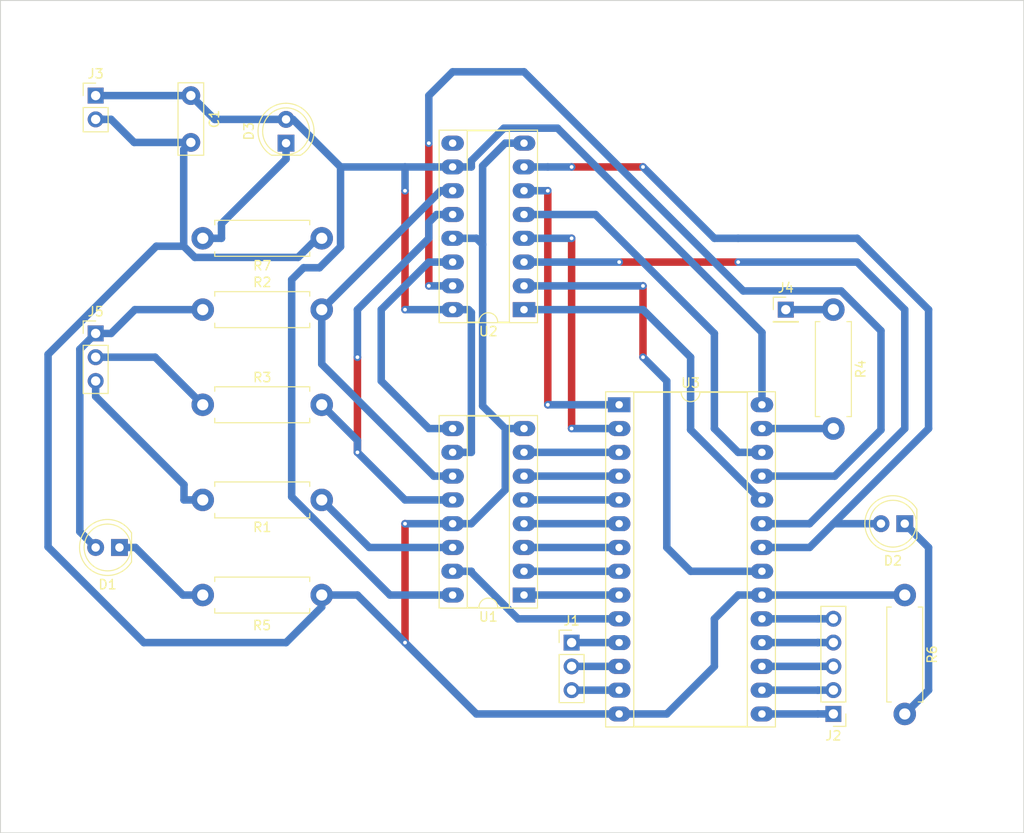
<source format=kicad_pcb>
(kicad_pcb (version 20211014) (generator pcbnew)
  (layers (0 "F.Cu" signal) (31 "B.Cu" signal) (34 "B.Paste" user) (35 "F.Paste" user) (36 "B.SilkS" user "B.Silkscreen") (37 "F.SilkS" user "F.Silkscreen") (38 "B.Mask" user) (39 "F.Mask" user) (44 "Edge.Cuts" user))
  (net 0 "")
  (net 1 "+5V")
  (net 2 "GND")
  (net 3 "Net-(D1-Pad1)")
  (net 4 "SHIFT_CLK")
  (net 5 "Net-(R6-Pad2)")
  (net 6 "OUTPUT_EN")
  (net 7 "Net-(D3-Pad1)")
  (net 8 "I{slash}O0")
  (net 9 "I{slash}O1")
  (net 10 "I{slash}O2")
  (net 11 "I{slash}O3")
  (net 12 "I{slash}O4")
  (net 13 "I{slash}O5")
  (net 14 "I{slash}O6")
  (net 15 "I{slash}O7")
  (net 16 "WRITE_EN")
  (net 17 "SHIFT_DATA")
  (net 18 "SHIFT_LATCH")
  (net 19 "Net-(U1-Pad14)")
  (net 20 "SHIFT_CLK_R")
  (net 21 "SHIFT_LATCH_R")
  (net 22 "WRITE_EN_R")
  (net 23 "MEM_A1")
  (net 24 "U2_SER")
  (net 25 "MEM_A2")
  (net 26 "MEM_A3")
  (net 27 "MEM_A4")
  (net 28 "MEM_A5")
  (net 29 "MEM_A6")
  (net 30 "MEM_A7")
  (net 31 "MEM_A0")
  (net 32 "MEM_A9")
  (net 34 "MEM_A10")
  (net 35 "MEM_A11")
  (net 36 "MEM_A12")
  (net 37 "MEM_A13")
  (net 38 "MEM_A14")
  (net 39 "MEM_A8")
  (footprint "Resistor_THT:R_Axial_DIN0411_L9.9mm_D3.6mm_P12.70mm_Horizontal" (layer "F.Cu") (at 172.72 114.3 -90)
    (fp_text reference "R6" (at 6.35 -2.92 90) (layer "F.SilkS"))
    (fp_text value "R220")
    (fp_line (start 1.28 1.92) (end 11.42 1.92) (layer "F.SilkS") (width 0.12))
    (fp_line (start 1.28 1.44) (end 1.28 1.92) (layer "F.SilkS") (width 0.12))
    (fp_line (start 11.42 -1.92) (end 11.42 -1.44) (layer "F.SilkS") (width 0.12))
    (fp_line (start 1.28 -1.92) (end 11.42 -1.92) (layer "F.SilkS") (width 0.12))
    (fp_line (start 1.28 -1.44) (end 1.28 -1.92) (layer "F.SilkS") (width 0.12))
    (fp_line (start 11.42 1.92) (end 11.42 1.44) (layer "F.SilkS") (width 0.12))
    (pad "1" thru_hole circle locked (at 0 0 270) (size 2.4 2.4) (drill 1.2) (layers *.Cu *.Mask) (net 2 "GND"))
    (pad "2" thru_hole oval locked (at 12.7 0 270) (size 2.4 2.4) (drill 1.2) (layers *.Cu *.Mask) (net 5 "Net-(R6-Pad2)"))
  )
  (footprint "Connector_PinHeader_2.54mm:PinHeader_1x02_P2.54mm_Vertical" (layer "F.Cu") (at 86.36 60.96)
    (fp_text reference "J3" (at 0 -2.33) (layer "F.SilkS"))
    (fp_text value "Conn_01x02_Male")
    (fp_line (start -1.33 1.27) (end 1.33 1.27) (layer "F.SilkS") (width 0.12))
    (fp_line (start -1.33 0) (end -1.33 -1.33) (layer "F.SilkS") (width 0.12))
    (fp_line (start -1.33 1.27) (end -1.33 3.87) (layer "F.SilkS") (width 0.12))
    (fp_line (start -1.33 -1.33) (end 0 -1.33) (layer "F.SilkS") (width 0.12))
    (fp_line (start -1.33 3.87) (end 1.33 3.87) (layer "F.SilkS") (width 0.12))
    (fp_line (start 1.33 1.27) (end 1.33 3.87) (layer "F.SilkS") (width 0.12))
    (pad "1" thru_hole rect locked (at 0 0) (size 1.7 1.7) (drill 1) (layers *.Cu *.Mask) (net 1 "+5V"))
    (pad "2" thru_hole oval locked (at 0 2.54) (size 1.7 1.7) (drill 1) (layers *.Cu *.Mask) (net 2 "GND"))
  )
  (footprint "Package_DIP:DIP-16_W7.62mm_Socket_LongPads" (layer "F.Cu") (at 132.08 114.3 180)
    (fp_text reference "U1" (at 3.81 -2.33) (layer "F.SilkS"))
    (fp_text value "74HC595")
    (fp_line (start 6.06 19.11) (end 6.06 -1.33) (layer "F.SilkS") (width 0.12))
    (fp_line (start 6.06 -1.33) (end 4.81 -1.33) (layer "F.SilkS") (width 0.12))
    (fp_line (start 9.06 -1.39) (end -1.44 -1.39) (layer "F.SilkS") (width 0.12))
    (fp_line (start 9.06 19.17) (end 9.06 -1.39) (layer "F.SilkS") (width 0.12))
    (fp_line (start -1.44 19.17) (end 9.06 19.17) (layer "F.SilkS") (width 0.12))
    (fp_line (start 1.56 19.11) (end 6.06 19.11) (layer "F.SilkS") (width 0.12))
    (fp_line (start 2.81 -1.33) (end 1.56 -1.33) (layer "F.SilkS") (width 0.12))
    (fp_line (start -1.44 -1.39) (end -1.44 19.17) (layer "F.SilkS") (width 0.12))
    (fp_line (start 1.56 -1.33) (end 1.56 19.11) (layer "F.SilkS") (width 0.12))
    (fp_arc (start 4.81 -1.33) (mid 3.81 -0.33) (end 2.81 -1.33) (layer "F.SilkS") (width 0.12))
    (pad "1" thru_hole rect locked (at 0 0 180) (size 2.4 1.6) (drill 0.8) (layers *.Cu *.Mask) (net 23 "MEM_A1"))
    (pad "2" thru_hole oval locked (at 0 2.54 180) (size 2.4 1.6) (drill 0.8) (layers *.Cu *.Mask) (net 25 "MEM_A2"))
    (pad "3" thru_hole oval locked (at 0 5.08 180) (size 2.4 1.6) (drill 0.8) (layers *.Cu *.Mask) (net 26 "MEM_A3"))
    (pad "4" thru_hole oval locked (at 0 7.62 180) (size 2.4 1.6) (drill 0.8) (layers *.Cu *.Mask) (net 27 "MEM_A4"))
    (pad "5" thru_hole oval locked (at 0 10.16 180) (size 2.4 1.6) (drill 0.8) (layers *.Cu *.Mask) (net 28 "MEM_A5"))
    (pad "6" thru_hole oval locked (at 0 12.7 180) (size 2.4 1.6) (drill 0.8) (layers *.Cu *.Mask) (net 29 "MEM_A6"))
    (pad "7" thru_hole oval locked (at 0 15.24 180) (size 2.4 1.6) (drill 0.8) (layers *.Cu *.Mask) (net 30 "MEM_A7"))
    (pad "8" thru_hole oval locked (at 0 17.78 180) (size 2.4 1.6) (drill 0.8) (layers *.Cu *.Mask) (net 2 "GND"))
    (pad "9" thru_hole oval locked (at 7.62 17.78 180) (size 2.4 1.6) (drill 0.8) (layers *.Cu *.Mask) (net 24 "U2_SER"))
    (pad "10" thru_hole oval locked (at 7.62 15.24 180) (size 2.4 1.6) (drill 0.8) (layers *.Cu *.Mask) (net 1 "+5V"))
    (pad "11" thru_hole oval locked (at 7.62 12.7 180) (size 2.4 1.6) (drill 0.8) (layers *.Cu *.Mask) (net 20 "SHIFT_CLK_R"))
    (pad "12" thru_hole oval locked (at 7.62 10.16 180) (size 2.4 1.6) (drill 0.8) (layers *.Cu *.Mask) (net 21 "SHIFT_LATCH_R"))
    (pad "13" thru_hole oval locked (at 7.62 7.62 180) (size 2.4 1.6) (drill 0.8) (layers *.Cu *.Mask) (net 2 "GND"))
    (pad "14" thru_hole oval locked (at 7.62 5.08 180) (size 2.4 1.6) (drill 0.8) (layers *.Cu *.Mask) (net 19 "Net-(U1-Pad14)"))
    (pad "15" thru_hole oval locked (at 7.62 2.54 180) (size 2.4 1.6) (drill 0.8) (layers *.Cu *.Mask) (net 31 "MEM_A0"))
    (pad "16" thru_hole oval locked (at 7.62 0 180) (size 2.4 1.6) (drill 0.8) (layers *.Cu *.Mask) (net 1 "+5V"))
  )
  (footprint "Resistor_THT:R_Axial_DIN0411_L9.9mm_D3.6mm_P12.70mm_Horizontal" (layer "F.Cu") (at 110.49 104.14 180)
    (fp_text reference "R1" (at 6.35 -2.92) (layer "F.SilkS"))
    (fp_text value "R1K")
    (fp_line (start 1.28 -1.92) (end 11.42 -1.92) (layer "F.SilkS") (width 0.12))
    (fp_line (start 11.42 -1.92) (end 11.42 -1.44) (layer "F.SilkS") (width 0.12))
    (fp_line (start 1.28 1.44) (end 1.28 1.92) (layer "F.SilkS") (width 0.12))
    (fp_line (start 1.28 -1.44) (end 1.28 -1.92) (layer "F.SilkS") (width 0.12))
    (fp_line (start 1.28 1.92) (end 11.42 1.92) (layer "F.SilkS") (width 0.12))
    (fp_line (start 11.42 1.92) (end 11.42 1.44) (layer "F.SilkS") (width 0.12))
    (pad "1" thru_hole circle locked (at 0 0 180) (size 2.4 2.4) (drill 1.2) (layers *.Cu *.Mask) (net 19 "Net-(U1-Pad14)"))
    (pad "2" thru_hole oval locked (at 12.7 0 180) (size 2.4 2.4) (drill 1.2) (layers *.Cu *.Mask) (net 17 "SHIFT_DATA"))
  )
  (footprint "Resistor_THT:R_Axial_DIN0411_L9.9mm_D3.6mm_P12.70mm_Horizontal" (layer "F.Cu") (at 110.49 76.2 180)
    (fp_text reference "R7" (at 6.35 -2.92) (layer "F.SilkS"))
    (fp_text value "R220")
    (fp_line (start 1.28 1.92) (end 11.42 1.92) (layer "F.SilkS") (width 0.12))
    (fp_line (start 1.28 1.44) (end 1.28 1.92) (layer "F.SilkS") (width 0.12))
    (fp_line (start 11.42 1.92) (end 11.42 1.44) (layer "F.SilkS") (width 0.12))
    (fp_line (start 1.28 -1.44) (end 1.28 -1.92) (layer "F.SilkS") (width 0.12))
    (fp_line (start 11.42 -1.92) (end 11.42 -1.44) (layer "F.SilkS") (width 0.12))
    (fp_line (start 1.28 -1.92) (end 11.42 -1.92) (layer "F.SilkS") (width 0.12))
    (pad "1" thru_hole circle locked (at 0 0 180) (size 2.4 2.4) (drill 1.2) (layers *.Cu *.Mask) (net 2 "GND"))
    (pad "2" thru_hole oval locked (at 12.7 0 180) (size 2.4 2.4) (drill 1.2) (layers *.Cu *.Mask) (net 7 "Net-(D3-Pad1)"))
  )
  (footprint "LED_THT:LED_D5.0mm" (layer "F.Cu") (at 88.9 109.22 180)
    (fp_text reference "D1" (at 1.27 -3.96) (layer "F.SilkS"))
    (fp_text value "LED")
    (fp_line (start -1.29 -1.545) (end -1.29 1.545) (layer "F.SilkS") (width 0.12))
    (fp_arc (start 4.26 -0.000462) (mid 2.072002 2.880433) (end -1.29 1.54483) (layer "F.SilkS") (width 0.12))
    (fp_arc (start -1.29 -1.54483) (mid 2.072002 -2.880433) (end 4.26 0.000462) (layer "F.SilkS") (width 0.12))
    (fp_circle (center 1.27 0) (end 3.77 0) (layer "F.SilkS") (width 0.12) (fill none))
    (pad "1" thru_hole rect locked (at 0 0 180) (size 1.8 1.8) (drill 0.9) (layers *.Cu *.Mask) (net 3 "Net-(D1-Pad1)"))
    (pad "2" thru_hole circle locked (at 2.54 0 180) (size 1.8 1.8) (drill 0.9) (layers *.Cu *.Mask) (net 4 "SHIFT_CLK"))
  )
  (footprint "Connector_PinHeader_2.54mm:PinHeader_1x01_P2.54mm_Vertical" (layer "F.Cu") (at 160.02 83.82)
    (fp_text reference "J4" (at 0 -2.33) (layer "F.SilkS"))
    (fp_text value "Conn_01x01")
    (fp_line (start -1.33 1.27) (end 1.33 1.27) (layer "F.SilkS") (width 0.12))
    (fp_line (start -1.33 -1.33) (end 0 -1.33) (layer "F.SilkS") (width 0.12))
    (fp_line (start -1.33 1.27) (end -1.33 1.33) (layer "F.SilkS") (width 0.12))
    (fp_line (start -1.33 1.33) (end 1.33 1.33) (layer "F.SilkS") (width 0.12))
    (fp_line (start 1.33 1.27) (end 1.33 1.33) (layer "F.SilkS") (width 0.12))
    (fp_line (start -1.33 0) (end -1.33 -1.33) (layer "F.SilkS") (width 0.12))
    (pad "1" thru_hole rect locked (at 0 0) (size 1.7 1.7) (drill 1) (layers *.Cu *.Mask) (net 16 "WRITE_EN"))
  )
  (footprint "Resistor_THT:R_Axial_DIN0411_L9.9mm_D3.6mm_P12.70mm_Horizontal" (layer "F.Cu") (at 97.79 83.82)
    (fp_text reference "R2" (at 6.35 -2.92) (layer "F.SilkS"))
    (fp_text value "R1K")
    (fp_line (start 1.28 1.44) (end 1.28 1.92) (layer "F.SilkS") (width 0.12))
    (fp_line (start 11.42 -1.92) (end 11.42 -1.44) (layer "F.SilkS") (width 0.12))
    (fp_line (start 11.42 1.92) (end 11.42 1.44) (layer "F.SilkS") (width 0.12))
    (fp_line (start 1.28 -1.44) (end 1.28 -1.92) (layer "F.SilkS") (width 0.12))
    (fp_line (start 1.28 1.92) (end 11.42 1.92) (layer "F.SilkS") (width 0.12))
    (fp_line (start 1.28 -1.92) (end 11.42 -1.92) (layer "F.SilkS") (width 0.12))
    (pad "1" thru_hole circle locked (at 0 0) (size 2.4 2.4) (drill 1.2) (layers *.Cu *.Mask) (net 4 "SHIFT_CLK"))
    (pad "2" thru_hole oval locked (at 12.7 0) (size 2.4 2.4) (drill 1.2) (layers *.Cu *.Mask) (net 20 "SHIFT_CLK_R"))
  )
  (footprint "Connector_PinHeader_2.54mm:PinHeader_1x05_P2.54mm_Vertical" (layer "F.Cu") (at 165.1 126.995 180)
    (fp_text reference "J2" (at 0 -2.33) (layer "F.SilkS"))
    (fp_text value "Conn_01x05_Male")
    (fp_line (start -1.33 1.27) (end 1.33 1.27) (layer "F.SilkS") (width 0.12))
    (fp_line (start -1.33 11.49) (end 1.33 11.49) (layer "F.SilkS") (width 0.12))
    (fp_line (start -1.33 1.27) (end -1.33 11.49) (layer "F.SilkS") (width 0.12))
    (fp_line (start 1.33 1.27) (end 1.33 11.49) (layer "F.SilkS") (width 0.12))
    (fp_line (start -1.33 -1.33) (end 0 -1.33) (layer "F.SilkS") (width 0.12))
    (fp_line (start -1.33 0) (end -1.33 -1.33) (layer "F.SilkS") (width 0.12))
    (pad "1" thru_hole rect locked (at 0 0 180) (size 1.7 1.7) (drill 1) (layers *.Cu *.Mask) (net 11 "I{slash}O3"))
    (pad "2" thru_hole oval locked (at 0 2.54 180) (size 1.7 1.7) (drill 1) (layers *.Cu *.Mask) (net 12 "I{slash}O4"))
    (pad "3" thru_hole oval locked (at 0 5.08 180) (size 1.7 1.7) (drill 1) (layers *.Cu *.Mask) (net 13 "I{slash}O5"))
    (pad "4" thru_hole oval locked (at 0 7.62 180) (size 1.7 1.7) (drill 1) (layers *.Cu *.Mask) (net 14 "I{slash}O6"))
    (pad "5" thru_hole oval locked (at 0 10.16 180) (size 1.7 1.7) (drill 1) (layers *.Cu *.Mask) (net 15 "I{slash}O7"))
  )
  (footprint "Resistor_THT:R_Axial_DIN0411_L9.9mm_D3.6mm_P12.70mm_Horizontal" (layer "F.Cu") (at 110.49 114.3 180)
    (fp_text reference "R5" (at 6.378243 -3.246034) (layer "F.SilkS"))
    (fp_text value "R220")
    (fp_line (start 11.42 1.92) (end 11.42 1.44) (layer "F.SilkS") (width 0.12))
    (fp_line (start 1.28 1.44) (end 1.28 1.92) (layer "F.SilkS") (width 0.12))
    (fp_line (start 1.28 -1.44) (end 1.28 -1.92) (layer "F.SilkS") (width 0.12))
    (fp_line (start 11.42 -1.92) (end 11.42 -1.44) (layer "F.SilkS") (width 0.12))
    (fp_line (start 1.28 -1.92) (end 11.42 -1.92) (layer "F.SilkS") (width 0.12))
    (fp_line (start 1.28 1.92) (end 11.42 1.92) (layer "F.SilkS") (width 0.12))
    (pad "1" thru_hole circle locked (at 0 0 180) (size 2.4 2.4) (drill 1.2) (layers *.Cu *.Mask) (net 2 "GND"))
    (pad "2" thru_hole oval locked (at 12.7 0 180) (size 2.4 2.4) (drill 1.2) (layers *.Cu *.Mask) (net 3 "Net-(D1-Pad1)"))
  )
  (footprint "Package_DIP:DIP-16_W7.62mm_Socket_LongPads" (layer "F.Cu") (at 132.08 83.82 180)
    (fp_text reference "U2" (at 3.81 -2.33) (layer "F.SilkS"))
    (fp_text value "74HC595")
    (fp_line (start 6.06 -1.33) (end 4.81 -1.33) (layer "F.SilkS") (width 0.12))
    (fp_line (start 1.56 19.11) (end 6.06 19.11) (layer "F.SilkS") (width 0.12))
    (fp_line (start -1.44 19.17) (end 9.06 19.17) (layer "F.SilkS") (width 0.12))
    (fp_line (start 6.06 19.11) (end 6.06 -1.33) (layer "F.SilkS") (width 0.12))
    (fp_line (start 9.06 -1.39) (end -1.44 -1.39) (layer "F.SilkS") (width 0.12))
    (fp_line (start -1.44 -1.39) (end -1.44 19.17) (layer "F.SilkS") (width 0.12))
    (fp_line (start 9.06 19.17) (end 9.06 -1.39) (layer "F.SilkS") (width 0.12))
    (fp_line (start 1.56 -1.33) (end 1.56 19.11) (layer "F.SilkS") (width 0.12))
    (fp_line (start 2.81 -1.33) (end 1.56 -1.33) (layer "F.SilkS") (width 0.12))
    (fp_arc (start 4.81 -1.33) (mid 3.81 -0.33) (end 2.81 -1.33) (layer "F.SilkS") (width 0.12))
    (pad "1" thru_hole rect locked (at 0 0 180) (size 2.4 1.6) (drill 0.8) (layers *.Cu *.Mask) (net 32 "MEM_A9"))
    (pad "2" thru_hole oval locked (at 0 2.54 180) (size 2.4 1.6) (drill 0.8) (layers *.Cu *.Mask) (net 34 "MEM_A10"))
    (pad "3" thru_hole oval locked (at 0 5.08 180) (size 2.4 1.6) (drill 0.8) (layers *.Cu *.Mask) (net 35 "MEM_A11"))
    (pad "4" thru_hole oval locked (at 0 7.62 180) (size 2.4 1.6) (drill 0.8) (layers *.Cu *.Mask) (net 36 "MEM_A12"))
    (pad "5" thru_hole oval locked (at 0 10.16 180) (size 2.4 1.6) (drill 0.8) (layers *.Cu *.Mask) (net 37 "MEM_A13"))
    (pad "6" thru_hole oval locked (at 0 12.7 180) (size 2.4 1.6) (drill 0.8) (layers *.Cu *.Mask) (net 38 "MEM_A14"))
    (pad "7" thru_hole oval locked (at 0 15.24 180) (size 2.4 1.6) (drill 0.8) (layers *.Cu *.Mask) (net 6 "OUTPUT_EN"))
    (pad "8" thru_hole oval locked (at 0 17.78 180) (size 2.4 1.6) (drill 0.8) (layers *.Cu *.Mask) (net 2 "GND"))
    (pad "9" thru_hole oval locked (at 7.62 17.78 180) (size 2.4 1.6) (drill 0.8) (layers *.Cu *.Mask))
    (pad "10" thru_hole oval locked (at 7.62 15.24 180) (size 2.4 1.6) (drill 0.8) (layers *.Cu *.Mask) (net 1 "+5V"))
    (pad "11" thru_hole oval locked (at 7.62 12.7 180) (size 2.4 1.6) (drill 0.8) (layers *.Cu *.Mask) (net 20 "SHIFT_CLK_R"))
    (pad "12" thru_hole oval locked (at 7.62 10.16 180) (size 2.4 1.6) (drill 0.8) (layers *.Cu *.Mask) (net 21 "SHIFT_LATCH_R"))
    (pad "13" thru_hole oval locked (at 7.62 7.62 180) (size 2.4 1.6) (drill 0.8) (layers *.Cu *.Mask) (net 2 "GND"))
    (pad "14" thru_hole oval locked (at 7.62 5.08 180) (size 2.4 1.6) (drill 0.8) (layers *.Cu *.Mask) (net 24 "U2_SER"))
    (pad "15" thru_hole oval locked (at 7.62 2.54 180) (size 2.4 1.6) (drill 0.8) (layers *.Cu *.Mask) (net 39 "MEM_A8"))
    (pad "16" thru_hole oval locked (at 7.62 0 180) (size 2.4 1.6) (drill 0.8) (layers *.Cu *.Mask) (net 1 "+5V"))
  )
  (footprint "LED_THT:LED_D5.0mm" (layer "F.Cu") (at 106.68 66.04 90)
    (fp_text reference "D3" (at 1.27 -3.96 90) (layer "F.SilkS"))
    (fp_text value "LED")
    (fp_line (start -1.29 -1.545) (end -1.29 1.545) (layer "F.SilkS") (width 0.12))
    (fp_arc (start -1.29 -1.54483) (mid 2.072002 -2.880433) (end 4.26 0.000462) (layer "F.SilkS") (width 0.12))
    (fp_arc (start 4.26 -0.000462) (mid 2.072002 2.880433) (end -1.29 1.54483) (layer "F.SilkS") (width 0.12))
    (fp_circle (center 1.27 0) (end 3.77 0) (layer "F.SilkS") (width 0.12) (fill none))
    (pad "1" thru_hole rect locked (at 0 0 90) (size 1.8 1.8) (drill 0.9) (layers *.Cu *.Mask) (net 7 "Net-(D3-Pad1)"))
    (pad "2" thru_hole circle locked (at 2.54 0 90) (size 1.8 1.8) (drill 0.9) (layers *.Cu *.Mask) (net 1 "+5V"))
  )
  (footprint "Package_DIP:DIP-28_W15.24mm_Socket_LongPads" (layer "F.Cu") (at 142.235 93.98)
    (fp_text reference "U3" (at 7.62 -2.33) (layer "F.SilkS"))
    (fp_text value "28C256")
    (fp_line (start 16.68 34.41) (end 16.68 -1.39) (layer "F.SilkS") (width 0.12))
    (fp_line (start 13.68 34.35) (end 13.68 -1.33) (layer "F.SilkS") (width 0.12))
    (fp_line (start 13.68 -1.33) (end 8.62 -1.33) (layer "F.SilkS") (width 0.12))
    (fp_line (start 1.56 -1.33) (end 1.56 34.35) (layer "F.SilkS") (width 0.12))
    (fp_line (start -1.44 34.41) (end 16.68 34.41) (layer "F.SilkS") (width 0.12))
    (fp_line (start -1.44 -1.39) (end -1.44 34.41) (layer "F.SilkS") (width 0.12))
    (fp_line (start 1.56 34.35) (end 13.68 34.35) (layer "F.SilkS") (width 0.12))
    (fp_line (start 16.68 -1.39) (end -1.44 -1.39) (layer "F.SilkS") (width 0.12))
    (fp_line (start 6.62 -1.33) (end 1.56 -1.33) (layer "F.SilkS") (width 0.12))
    (fp_arc (start 8.62 -1.33) (mid 7.62 -0.33) (end 6.62 -1.33) (layer "F.SilkS") (width 0.12))
    (pad "1" thru_hole rect locked (at 0 0) (size 2.4 1.6) (drill 0.8) (layers *.Cu *.Mask) (net 38 "MEM_A14"))
    (pad "2" thru_hole oval locked (at 0 2.54) (size 2.4 1.6) (drill 0.8) (layers *.Cu *.Mask) (net 36 "MEM_A12"))
    (pad "3" thru_hole oval locked (at 0 5.08) (size 2.4 1.6) (drill 0.8) (layers *.Cu *.Mask) (net 30 "MEM_A7"))
    (pad "4" thru_hole oval locked (at 0 7.62) (size 2.4 1.6) (drill 0.8) (layers *.Cu *.Mask) (net 29 "MEM_A6"))
    (pad "5" thru_hole oval locked (at 0 10.16) (size 2.4 1.6) (drill 0.8) (layers *.Cu *.Mask) (net 28 "MEM_A5"))
    (pad "6" thru_hole oval locked (at 0 12.7) (size 2.4 1.6) (drill 0.8) (layers *.Cu *.Mask) (net 27 "MEM_A4"))
    (pad "7" thru_hole oval locked (at 0 15.24) (size 2.4 1.6) (drill 0.8) (layers *.Cu *.Mask) (net 26 "MEM_A3"))
    (pad "8" thru_hole oval locked (at 0 17.78) (size 2.4 1.6) (drill 0.8) (layers *.Cu *.Mask) (net 25 "MEM_A2"))
    (pad "9" thru_hole oval locked (at 0 20.32) (size 2.4 1.6) (drill 0.8) (layers *.Cu *.Mask) (net 23 "MEM_A1"))
    (pad "10" thru_hole oval locked (at 0 22.86) (size 2.4 1.6) (drill 0.8) (layers *.Cu *.Mask) (net 31 "MEM_A0"))
    (pad "11" thru_hole oval locked (at 0 25.4) (size 2.4 1.6) (drill 0.8) (layers *.Cu *.Mask) (net 8 "I{slash}O0"))
    (pad "12" thru_hole oval locked (at 0 27.94) (size 2.4 1.6) (drill 0.8) (layers *.Cu *.Mask) (net 9 "I{slash}O1"))
    (pad "13" thru_hole oval locked (at 0 30.48) (size 2.4 1.6) (drill 0.8) (layers *.Cu *.Mask) (net 10 "I{slash}O2"))
    (pad "14" thru_hole oval locked (at 0 33.02) (size 2.4 1.6) (drill 0.8) (layers *.Cu *.Mask) (net 2 "GND"))
    (pad "15" thru_hole oval locked (at 15.24 33.02) (size 2.4 1.6) (drill 0.8) (layers *.Cu *.Mask) (net 11 "I{slash}O3"))
    (pad "16" thru_hole oval locked (at 15.24 30.48) (size 2.4 1.6) (drill 0.8) (layers *.Cu *.Mask) (net 12 "I{slash}O4"))
    (pad "17" thru_hole oval locked (at 15.24 27.94) (size 2.4 1.6) (drill 0.8) (layers *.Cu *.Mask) (net 13 "I{slash}O5"))
    (pad "18" thru_hole oval locked (at 15.24 25.4) (size 2.4 1.6) (drill 0.8) (layers *.Cu *.Mask) (net 14 "I{slash}O6"))
    (pad "19" thru_hole oval locked (at 15.24 22.86) (size 2.4 1.6) (drill 0.8) (layers *.Cu *.Mask) (net 15 "I{slash}O7"))
    (pad "20" thru_hole oval locked (at 15.24 20.32) (size 2.4 1.6) (drill 0.8) (layers *.Cu *.Mask) (net 2 "GND"))
    (pad "21" thru_hole oval locked (at 15.24 17.78) (size 2.4 1.6) (drill 0.8) (layers *.Cu *.Mask) (net 34 "MEM_A10"))
    (pad "22" thru_hole oval locked (at 15.24 15.24) (size 2.4 1.6) (drill 0.8) (layers *.Cu *.Mask) (net 6 "OUTPUT_EN"))
    (pad "23" thru_hole oval locked (at 15.24 12.7) (size 2.4 1.6) (drill 0.8) (layers *.Cu *.Mask) (net 35 "MEM_A11"))
    (pad "24" thru_hole oval locked (at 15.24 10.16) (size 2.4 1.6) (drill 0.8) (layers *.Cu *.Mask) (net 32 "MEM_A9"))
    (pad "25" thru_hole oval locked (at 15.24 7.62) (size 2.4 1.6) (drill 0.8) (layers *.Cu *.Mask) (net 39 "MEM_A8"))
    (pad "26" thru_hole oval locked (at 15.24 5.08) (size 2.4 1.6) (drill 0.8) (layers *.Cu *.Mask) (net 37 "MEM_A13"))
    (pad "27" thru_hole oval locked (at 15.24 2.54) (size 2.4 1.6) (drill 0.8) (layers *.Cu *.Mask) (net 22 "WRITE_EN_R"))
    (pad "28" thru_hole oval locked (at 15.24 0) (size 2.4 1.6) (drill 0.8) (layers *.Cu *.Mask) (net 1 "+5V"))
  )
  (footprint "Connector_PinHeader_2.54mm:PinHeader_1x03_P2.54mm_Vertical" (layer "F.Cu") (at 86.36 86.36)
    (fp_text reference "J5" (at 0 -2.33) (layer "F.SilkS"))
    (fp_text value "Conn_01x03_Male")
    (fp_line (start -1.33 1.27) (end -1.33 6.41) (layer "F.SilkS") (width 0.12))
    (fp_line (start -1.33 -1.33) (end 0 -1.33) (layer "F.SilkS") (width 0.12))
    (fp_line (start -1.33 1.27) (end 1.33 1.27) (layer "F.SilkS") (width 0.12))
    (fp_line (start -1.33 6.41) (end 1.33 6.41) (layer "F.SilkS") (width 0.12))
    (fp_line (start 1.33 1.27) (end 1.33 6.41) (layer "F.SilkS") (width 0.12))
    (fp_line (start -1.33 0) (end -1.33 -1.33) (layer "F.SilkS") (width 0.12))
    (pad "1" thru_hole rect locked (at 0 0) (size 1.7 1.7) (drill 1) (layers *.Cu *.Mask) (net 4 "SHIFT_CLK"))
    (pad "2" thru_hole oval locked (at 0 2.54) (size 1.7 1.7) (drill 1) (layers *.Cu *.Mask) (net 18 "SHIFT_LATCH"))
    (pad "3" thru_hole oval locked (at 0 5.08) (size 1.7 1.7) (drill 1) (layers *.Cu *.Mask) (net 17 "SHIFT_DATA"))
  )
  (footprint "LED_THT:LED_D5.0mm" (layer "F.Cu") (at 172.72 106.68 180)
    (fp_text reference "D2" (at 1.27 -3.96) (layer "F.SilkS"))
    (fp_text value "LED")
    (fp_line (start -1.29 -1.545) (end -1.29 1.545) (layer "F.SilkS") (width 0.12))
    (fp_arc (start -1.29 -1.54483) (mid 2.072002 -2.880433) (end 4.26 0.000462) (layer "F.SilkS") (width 0.12))
    (fp_arc (start 4.26 -0.000462) (mid 2.072002 2.880433) (end -1.29 1.54483) (layer "F.SilkS") (width 0.12))
    (fp_circle (center 1.27 0) (end 3.77 0) (layer "F.SilkS") (width 0.12) (fill none))
    (pad "1" thru_hole rect locked (at 0 0 180) (size 1.8 1.8) (drill 0.9) (layers *.Cu *.Mask) (net 5 "Net-(R6-Pad2)"))
    (pad "2" thru_hole circle locked (at 2.54 0 180) (size 1.8 1.8) (drill 0.9) (layers *.Cu *.Mask) (net 6 "OUTPUT_EN"))
  )
  (footprint "Resistor_THT:R_Axial_DIN0411_L9.9mm_D3.6mm_P12.70mm_Horizontal" (layer "F.Cu") (at 165.1 83.82 -90)
    (fp_text reference "R4" (at 6.35 -2.92 90) (layer "F.SilkS"))
    (fp_text value "R1K")
    (fp_line (start 1.28 1.92) (end 11.42 1.92) (layer "F.SilkS") (width 0.12))
    (fp_line (start 1.28 1.44) (end 1.28 1.92) (layer "F.SilkS") (width 0.12))
    (fp_line (start 11.42 -1.92) (end 11.42 -1.44) (layer "F.SilkS") (width 0.12))
    (fp_line (start 11.42 1.92) (end 11.42 1.44) (layer "F.SilkS") (width 0.12))
    (fp_line (start 1.28 -1.92) (end 11.42 -1.92) (layer "F.SilkS") (width 0.12))
    (fp_line (start 1.28 -1.44) (end 1.28 -1.92) (layer "F.SilkS") (width 0.12))
    (pad "1" thru_hole circle locked (at 0 0 270) (size 2.4 2.4) (drill 1.2) (layers *.Cu *.Mask) (net 16 "WRITE_EN"))
    (pad "2" thru_hole oval locked (at 12.7 0 270) (size 2.4 2.4) (drill 1.2) (layers *.Cu *.Mask) (net 22 "WRITE_EN_R"))
  )
  (footprint "Capacitor_THT:C_Disc_D7.5mm_W2.5mm_P5.00mm" (layer "F.Cu") (at 96.52 60.96 -90)
    (fp_text reference "C1" (at 2.5 -2.5 90) (layer "F.SilkS"))
    (fp_text value "C104")
    (fp_line (start -1.37 -1.37) (end -1.37 1.37) (layer "F.SilkS") (width 0.12))
    (fp_line (start -1.37 -1.37) (end 6.37 -1.37) (layer "F.SilkS") (width 0.12))
    (fp_line (start -1.37 1.37) (end 6.37 1.37) (layer "F.SilkS") (width 0.12))
    (fp_line (start 6.37 -1.37) (end 6.37 1.37) (layer "F.SilkS") (width 0.12))
    (pad "1" thru_hole circle locked (at 0 0 270) (size 2 2) (drill 1) (layers *.Cu *.Mask) (net 1 "+5V"))
    (pad "2" thru_hole circle locked (at 5 0 270) (size 2 2) (drill 1) (layers *.Cu *.Mask) (net 2 "GND"))
  )
  (footprint "Connector_PinHeader_2.54mm:PinHeader_1x03_P2.54mm_Vertical" (layer "F.Cu") (at 137.16 119.38)
    (fp_text reference "J1" (at 0 -2.33) (layer "F.SilkS"))
    (fp_text value "Conn_01x03_Male")
    (fp_line (start -1.33 1.27) (end -1.33 6.41) (layer "F.SilkS") (width 0.12))
    (fp_line (start 1.33 1.27) (end 1.33 6.41) (layer "F.SilkS") (width 0.12))
    (fp_line (start -1.33 -1.33) (end 0 -1.33) (layer "F.SilkS") (width 0.12))
    (fp_line (start -1.33 0) (end -1.33 -1.33) (layer "F.SilkS") (width 0.12))
    (fp_line (start -1.33 1.27) (end 1.33 1.27) (layer "F.SilkS") (width 0.12))
    (fp_line (start -1.33 6.41) (end 1.33 6.41) (layer "F.SilkS") (width 0.12))
    (pad "1" thru_hole rect locked (at 0 0) (size 1.7 1.7) (drill 1) (layers *.Cu *.Mask) (net 8 "I{slash}O0"))
    (pad "2" thru_hole oval locked (at 0 2.54) (size 1.7 1.7) (drill 1) (layers *.Cu *.Mask) (net 9 "I{slash}O1"))
    (pad "3" thru_hole oval locked (at 0 5.08) (size 1.7 1.7) (drill 1) (layers *.Cu *.Mask) (net 10 "I{slash}O2"))
  )
  (footprint "Resistor_THT:R_Axial_DIN0411_L9.9mm_D3.6mm_P12.70mm_Horizontal" (layer "F.Cu") (at 97.79 93.98)
    (fp_text reference "R3" (at 6.35 -2.92) (layer "F.SilkS"))
    (fp_text value "R1K")
    (fp_line (start 11.42 -1.92) (end 11.42 -1.44) (layer "F.SilkS") (width 0.12))
    (fp_line (start 1.28 1.44) (end 1.28 1.92) (layer "F.SilkS") (width 0.12))
    (fp_line (start 1.28 -1.44) (end 1.28 -1.92) (layer "F.SilkS") (width 0.12))
    (fp_line (start 1.28 -1.92) (end 11.42 -1.92) (layer "F.SilkS") (width 0.12))
    (fp_line (start 1.28 1.92) (end 11.42 1.92) (layer "F.SilkS") (width 0.12))
    (fp_line (start 11.42 1.92) (end 11.42 1.44) (layer "F.SilkS") (width 0.12))
    (pad "1" thru_hole circle locked (at 0 0) (size 2.4 2.4) (drill 1.2) (layers *.Cu *.Mask) (net 18 "SHIFT_LATCH"))
    (pad "2" thru_hole oval locked (at 12.7 0) (size 2.4 2.4) (drill 1.2) (layers *.Cu *.Mask) (net 21 "SHIFT_LATCH_R"))
  )
  (gr_line (start 185.42 50.8) (end 76.2 50.8) (layer "Edge.Cuts") (width 0.1))
  (gr_line (start 185.42 139.7) (end 185.42 50.8) (layer "Edge.Cuts") (width 0.1))
  (gr_line (start 76.2 50.8) (end 76.2 139.7) (layer "Edge.Cuts") (width 0.1))
  (gr_line (start 76.2 139.7) (end 185.42 139.7) (layer "Edge.Cuts") (width 0.1))
  (segment (start 119.38 71.12) (end 119.38 83.82) (width 0.8) (layer "F.Cu") (net 1))
  (via (at 119.38 83.82) (size 0.8) (drill 0.4) (layers "F.Cu" "B.Cu") (net 1))
  (via (at 119.38 71.12) (size 0.8) (drill 0.4) (layers "F.Cu" "B.Cu") (net 1))
  (segment (start 124.46 83.82) (end 119.38 83.82) (width 0.8) (layer "B.Cu") (net 1))
  (segment (start 110.2465 79.3474) (end 108.549 79.3474) (width 0.8) (layer "B.Cu") (net 1))
  (segment (start 124.46 83.82) (end 126.1602 83.82) (width 0.8) (layer "B.Cu") (net 1))
  (segment (start 157.48 86.2618) (end 135.6574 64.4392) (width 0.8) (layer "B.Cu") (net 1))
  (segment (start 126.1602 83.82) (end 126.4603 84.1201) (width 0.8) (layer "B.Cu") (net 1))
  (segment (start 107.2802 103.8064) (end 117.7738 114.3) (width 0.8) (layer "B.Cu") (net 1))
  (segment (start 122.4597 68.58) (end 119.38 68.58) (width 0.8) (layer "B.Cu") (net 1))
  (segment (start 108.549 79.3474) (end 107.2802 80.6162) (width 0.8) (layer "B.Cu") (net 1))
  (segment (start 126.4603 68.58) (end 124.46 68.58) (width 0.8) (layer "B.Cu") (net 1))
  (segment (start 119.38 68.58) (end 112.4974 68.58) (width 0.8) (layer "B.Cu") (net 1))
  (segment (start 107.4174 63.5) (end 112.4974 68.58) (width 0.8) (layer "B.Cu") (net 1))
  (segment (start 126.4603 67.9169) (end 126.4603 68.58) (width 0.8) (layer "B.Cu") (net 1))
  (segment (start 106.68 63.5) (end 107.4174 63.5) (width 0.8) (layer "B.Cu") (net 1))
  (segment (start 107.2802 80.6162) (end 107.2802 103.8064) (width 0.8) (layer "B.Cu") (net 1))
  (segment (start 124.8228 99.06) (end 126.4603 99.06) (width 0.8) (layer "B.Cu") (net 1))
  (segment (start 157.475 93.98) (end 157.48 93.975) (width 0.8) (layer "B.Cu") (net 1))
  (segment (start 112.4974 68.58) (end 112.4974 77.0965) (width 0.8) (layer "B.Cu") (net 1))
  (segment (start 129.938 64.4392) (end 126.4603 67.9169) (width 0.8) (layer "B.Cu") (net 1))
  (segment (start 157.48 93.975) (end 157.48 86.2618) (width 0.8) (layer "B.Cu") (net 1))
  (segment (start 86.36 60.96) (end 96.52 60.96) (width 0.8) (layer "B.Cu") (net 1))
  (segment (start 124.8228 99.06) (end 124.46 99.06) (width 0.8) (layer "B.Cu") (net 1))
  (segment (start 124.46 68.58) (end 124.0972 68.58) (width 0.8) (layer "B.Cu") (net 1))
  (segment (start 96.52 60.96) (end 99.06 63.5) (width 0.8) (layer "B.Cu") (net 1))
  (segment (start 124.0972 68.58) (end 122.4597 68.58) (width 0.8) (layer "B.Cu") (net 1))
  (segment (start 135.6574 64.4392) (end 129.938 64.4392) (width 0.8) (layer "B.Cu") (net 1))
  (segment (start 112.4974 77.0965) (end 110.2465 79.3474) (width 0.8) (layer "B.Cu") (net 1))
  (segment (start 119.38 68.58) (end 119.38 71.12) (width 0.8) (layer "B.Cu") (net 1))
  (segment (start 99.06 63.5) (end 106.68 63.5) (width 0.8) (layer "B.Cu") (net 1))
  (segment (start 126.4603 84.1201) (end 126.4603 99.06) (width 0.8) (layer "B.Cu") (net 1))
  (segment (start 117.7738 114.3) (end 124.46 114.3) (width 0.8) (layer "B.Cu") (net 1))
  (segment (start 119.38 106.68) (end 119.38 119.38) (width 0.8) (layer "F.Cu") (net 2))
  (via (at 119.38 119.38) (size 0.8) (drill 0.4) (layers "F.Cu" "B.Cu") (net 2))
  (via (at 119.38 106.68) (size 0.8) (drill 0.4) (layers "F.Cu" "B.Cu") (net 2))
  (segment (start 152.4 121.92) (end 152.4 116.84) (width 0.8) (layer "B.Cu") (net 2))
  (segment (start 132.08 66.04) (end 130.0797 66.04) (width 0.8) (layer "B.Cu") (net 2))
  (segment (start 147.32 127) (end 152.4 121.92) (width 0.8) (layer "B.Cu") (net 2))
  (segment (start 87.1852 63.5) (end 88.0103 63.5) (width 0.8) (layer "B.Cu") (net 2))
  (segment (start 127.6607 94.101) (end 127.6607 76.8607) (width 0.8) (layer "B.Cu") (net 2))
  (segment (start 110.49 115.57) (end 110.49 114.3) (width 0.8) (layer "B.Cu") (net 2))
  (segment (start 124.46 106.68) (end 119.38 106.68) (width 0.8) (layer "B.Cu") (net 2))
  (segment (start 107.9591 78.2398) (end 96.9494 78.2398) (width 0.8) (layer "B.Cu") (net 2))
  (segment (start 126.4603 106.68) (end 130.0797 103.0606) (width 0.8) (layer "B.Cu") (net 2))
  (segment (start 87.1852 63.5) (end 86.36 63.5) (width 0.8) (layer "B.Cu") (net 2))
  (segment (start 110.49 76.2) (end 109.9989 76.2) (width 0.8) (layer "B.Cu") (net 2))
  (segment (start 95.7558 66.7242) (end 95.7558 77.0462) (width 0.8) (layer "B.Cu") (net 2))
  (segment (start 95.7558 77.0462) (end 92.8347 77.0462) (width 0.8) (layer "B.Cu") (net 2))
  (segment (start 130.0797 103.0606) (end 130.0797 96.52) (width 0.8) (layer "B.Cu") (net 2))
  (segment (start 152.4 116.84) (end 154.94 114.3) (width 0.8) (layer "B.Cu") (net 2))
  (segment (start 96.9494 78.2398) (end 95.7558 77.0462) (width 0.8) (layer "B.Cu") (net 2))
  (segment (start 96.52 65.96) (end 95.7558 66.7242) (width 0.8) (layer "B.Cu") (net 2))
  (segment (start 142.235 127) (end 147.32 127) (width 0.8) (layer "B.Cu") (net 2))
  (segment (start 154.94 114.3) (end 157.475 114.3) (width 0.8) (layer "B.Cu") (net 2))
  (segment (start 90.4703 65.96) (end 88.0103 63.5) (width 0.8) (layer "B.Cu") (net 2))
  (segment (start 106.68 119.38) (end 110.49 115.57) (width 0.8) (layer "B.Cu") (net 2))
  (segment (start 114.3 114.3) (end 119.38 119.38) (width 0.8) (layer "B.Cu") (net 2))
  (segment (start 124.46 76.2) (end 127 76.2) (width 0.8) (layer "B.Cu") (net 2))
  (segment (start 92.8347 77.0462) (end 81.28 88.6009) (width 0.8) (layer "B.Cu") (net 2))
  (segment (start 81.28 88.6009) (end 81.28 109.15585) (width 0.8) (layer "B.Cu") (net 2))
  (segment (start 132.08 96.52) (end 130.0797 96.52) (width 0.8) (layer "B.Cu") (net 2))
  (segment (start 127.6607 76.8607) (end 127.6607 68.459) (width 0.8) (layer "B.Cu") (net 2))
  (segment (start 96.52 65.96) (end 90.4703 65.96) (width 0.8) (layer "B.Cu") (net 2))
  (segment (start 127 76.2) (end 127.6607 76.8607) (width 0.8) (layer "B.Cu") (net 2))
  (segment (start 157.475 114.3) (end 172.72 114.3) (width 0.8) (layer "B.Cu") (net 2))
  (segment (start 110.49 114.3) (end 114.3 114.3) (width 0.8) (layer "B.Cu") (net 2))
  (segment (start 130.0797 96.52) (end 127.6607 94.101) (width 0.8) (layer "B.Cu") (net 2))
  (segment (start 127 127) (end 142.235 127) (width 0.8) (layer "B.Cu") (net 2))
  (segment (start 124.46 106.68) (end 126.4603 106.68) (width 0.8) (layer "B.Cu") (net 2))
  (segment (start 81.28 109.15585) (end 91.50415 119.38) (width 0.8) (layer "B.Cu") (net 2))
  (segment (start 109.9989 76.2) (end 107.9591 78.2398) (width 0.8) (layer "B.Cu") (net 2))
  (segment (start 127.6607 68.459) (end 130.0797 66.04) (width 0.8) (layer "B.Cu") (net 2))
  (segment (start 91.50415 119.38) (end 106.68 119.38) (width 0.8) (layer "B.Cu") (net 2))
  (segment (start 119.38 119.38) (end 127 127) (width 0.8) (layer "B.Cu") (net 2))
  (segment (start 88.9 109.22) (end 90.6003 109.22) (width 0.8) (layer "B.Cu") (net 3))
  (segment (start 95.6803 114.3) (end 90.6003 109.22) (width 0.8) (layer "B.Cu") (net 3))
  (segment (start 97.79 114.3) (end 95.6803 114.3) (width 0.8) (layer "B.Cu") (net 3))
  (segment (start 84.668 107.528) (end 86.36 109.22) (width 0.8) (layer "B.Cu") (net 4))
  (segment (start 86.8875 86.36) (end 86.36 86.36) (width 0.8) (layer "B.Cu") (net 4))
  (segment (start 84.668 88.052) (end 84.668 107.528) (width 0.8) (layer "B.Cu") (net 4))
  (segment (start 88.0103 86.36) (end 90.5503 83.82) (width 0.8) (layer "B.Cu") (net 4))
  (segment (start 86.8875 86.36) (end 88.0103 86.36) (width 0.8) (layer "B.Cu") (net 4))
  (segment (start 90.5503 83.82) (end 97.79 83.82) (width 0.8) (layer "B.Cu") (net 4))
  (segment (start 86.36 86.36) (end 84.668 88.052) (width 0.8) (layer "B.Cu") (net 4))
  (segment (start 172.72 106.68) (end 175.26 109.22) (width 0.8) (layer "B.Cu") (net 5))
  (segment (start 175.26 124.46) (end 172.72 127) (width 0.8) (layer "B.Cu") (net 5))
  (segment (start 175.26 109.22) (end 175.26 124.46) (width 0.8) (layer "B.Cu") (net 5))
  (segment (start 137.16 68.58) (end 144.78 68.58) (width 0.8) (layer "F.Cu") (net 6))
  (via (at 137.16 68.58) (size 0.8) (drill 0.4) (layers "F.Cu" "B.Cu") (net 6))
  (via (at 144.78 68.58) (size 0.8) (drill 0.4) (layers "F.Cu" "B.Cu") (net 6))
  (segment (start 132.08 68.58) (end 134.62 68.58) (width 0.8) (layer "B.Cu") (net 6))
  (segment (start 152.4 76.2) (end 144.78 68.58) (width 0.8) (layer "B.Cu") (net 6))
  (segment (start 170.18 106.68) (end 165.1 106.68) (width 0.8) (layer "B.Cu") (net 6))
  (segment (start 175.26 83.82) (end 167.64 76.2) (width 0.8) (layer "B.Cu") (net 6))
  (segment (start 175.26 96.52) (end 175.26 83.82) (width 0.8) (layer "B.Cu") (net 6))
  (segment (start 154.94 76.2) (end 152.4 76.2) (width 0.8) (layer "B.Cu") (net 6))
  (segment (start 134.62 68.58) (end 137.16 68.58) (width 0.8) (layer "B.Cu") (net 6))
  (segment (start 167.64 76.2) (end 154.94 76.2) (width 0.8) (layer "B.Cu") (net 6))
  (segment (start 157.475 109.22) (end 162.56 109.22) (width 0.8) (layer "B.Cu") (net 6))
  (segment (start 162.56 109.22) (end 175.26 96.52) (width 0.8) (layer "B.Cu") (net 6))
  (segment (start 106.68 67.7403) (end 99.7903 74.63) (width 0.8) (layer "B.Cu") (net 7))
  (segment (start 97.79 76.2) (end 99.7903 76.2) (width 0.8) (layer "B.Cu") (net 7))
  (segment (start 99.7903 74.63) (end 99.7903 76.2) (width 0.8) (layer "B.Cu") (net 7))
  (segment (start 106.68 66.04) (end 106.68 67.7403) (width 0.8) (layer "B.Cu") (net 7))
  (segment (start 137.16 119.38) (end 142.235 119.38) (width 0.8) (layer "B.Cu") (net 8))
  (segment (start 137.16 121.92) (end 142.235 121.92) (width 0.8) (layer "B.Cu") (net 9))
  (segment (start 137.16 124.46) (end 142.235 124.46) (width 0.8) (layer "B.Cu") (net 10))
  (segment (start 163.4447 127) (end 163.4497 126.995) (width 0.8) (layer "B.Cu") (net 11))
  (segment (start 157.475 127) (end 163.4447 127) (width 0.8) (layer "B.Cu") (net 11))
  (segment (start 165.1 126.995) (end 163.4497 126.995) (width 0.8) (layer "B.Cu") (net 11))
  (segment (start 165.1 124.455) (end 163.4497 124.455) (width 0.8) (layer "B.Cu") (net 12))
  (segment (start 157.475 124.46) (end 163.4447 124.46) (width 0.8) (layer "B.Cu") (net 12))
  (segment (start 163.4447 124.46) (end 163.4497 124.455) (width 0.8) (layer "B.Cu") (net 12))
  (segment (start 165.1 121.915) (end 163.4497 121.915) (width 0.8) (layer "B.Cu") (net 13))
  (segment (start 157.475 121.92) (end 163.4447 121.92) (width 0.8) (layer "B.Cu") (net 13))
  (segment (start 163.4447 121.92) (end 163.4497 121.915) (width 0.8) (layer "B.Cu") (net 13))
  (segment (start 157.475 119.38) (end 163.4447 119.38) (width 0.8) (layer "B.Cu") (net 14))
  (segment (start 165.1 119.375) (end 163.4497 119.375) (width 0.8) (layer "B.Cu") (net 14))
  (segment (start 163.4447 119.38) (end 163.4497 119.375) (width 0.8) (layer "B.Cu") (net 14))
  (segment (start 165.1 116.835) (end 163.4497 116.835) (width 0.8) (layer "B.Cu") (net 15))
  (segment (start 163.4447 116.84) (end 163.4497 116.835) (width 0.8) (layer "B.Cu") (net 15))
  (segment (start 157.475 116.84) (end 163.4447 116.84) (width 0.8) (layer "B.Cu") (net 15))
  (segment (start 160.02 83.82) (end 165.1 83.82) (width 0.8) (layer "B.Cu") (net 16))
  (segment (start 86.36 91.44) (end 86.36 93.0903) (width 0.8) (layer "B.Cu") (net 17))
  (segment (start 86.36 93.0903) (end 95.7897 102.52) (width 0.8) (layer "B.Cu") (net 17))
  (segment (start 95.7897 102.52) (end 95.7897 104.14) (width 0.8) (layer "B.Cu") (net 17))
  (segment (start 97.79 104.14) (end 95.7897 104.14) (width 0.8) (layer "B.Cu") (net 17))
  (segment (start 97.79 93.98) (end 92.71 88.9) (width 0.8) (layer "B.Cu") (net 18))
  (segment (start 92.71 88.9) (end 86.36 88.9) (width 0.8) (layer "B.Cu") (net 18))
  (segment (start 124.46 109.22) (end 115.57 109.22) (width 0.8) (layer "B.Cu") (net 19))
  (segment (start 115.57 109.22) (end 110.49 104.14) (width 0.8) (layer "B.Cu") (net 19))
  (segment (start 122.4597 101.6) (end 110.49 89.6303) (width 0.8) (layer "B.Cu") (net 20))
  (segment (start 123.19 71.12) (end 124.46 71.12) (width 0.8) (layer "B.Cu") (net 20))
  (segment (start 110.49 83.82) (end 123.19 71.12) (width 0.8) (layer "B.Cu") (net 20))
  (segment (start 124.46 101.6) (end 122.4597 101.6) (width 0.8) (layer "B.Cu") (net 20))
  (segment (start 110.49 89.6303) (end 110.49 83.82) (width 0.8) (layer "B.Cu") (net 20))
  (segment (start 114.3 88.9) (end 114.3 99.06) (width 0.8) (layer "F.Cu") (net 21))
  (via (at 114.3 88.9) (size 0.8) (drill 0.4) (layers "F.Cu" "B.Cu") (net 21))
  (via (at 114.3 99.06) (size 0.8) (drill 0.4) (layers "F.Cu" "B.Cu") (net 21))
  (segment (start 119.38 104.14) (end 124.46 104.14) (width 0.8) (layer "B.Cu") (net 21))
  (segment (start 114.3 97.79) (end 114.3 99.06) (width 0.8) (layer "B.Cu") (net 21))
  (segment (start 122.763623 73.66) (end 121.92 74.503623) (width 0.8) (layer "B.Cu") (net 21))
  (segment (start 124.46 73.66) (end 122.763623 73.66) (width 0.8) (layer "B.Cu") (net 21))
  (segment (start 110.49 93.98) (end 114.3 97.79) (width 0.8) (layer "B.Cu") (net 21))
  (segment (start 114.3 83.82) (end 114.3 88.9) (width 0.8) (layer "B.Cu") (net 21))
  (segment (start 121.92 74.503623) (end 121.92 76.2) (width 0.8) (layer "B.Cu") (net 21))
  (segment (start 121.92 76.2) (end 114.3 83.82) (width 0.8) (layer "B.Cu") (net 21))
  (segment (start 114.3 99.06) (end 119.38 104.14) (width 0.8) (layer "B.Cu") (net 21))
  (segment (start 165.1 96.52) (end 157.475 96.52) (width 0.8) (layer "B.Cu") (net 22))
  (segment (start 142.235 114.3) (end 132.08 114.3) (width 0.8) (layer "B.Cu") (net 23))
  (segment (start 124.46 78.74) (end 121.92 78.74) (width 0.8) (layer "B.Cu") (net 24))
  (segment (start 121.92 96.52) (end 124.46 96.52) (width 0.8) (layer "B.Cu") (net 24))
  (segment (start 116.84 91.44) (end 116.84 83.82) (width 0.8) (layer "B.Cu") (net 24))
  (segment (start 119.38 93.98) (end 116.84 91.44) (width 0.8) (layer "B.Cu") (net 24))
  (segment (start 119.38 93.98) (end 121.92 96.52) (width 0.8) (layer "B.Cu") (net 24))
  (segment (start 116.84 83.82) (end 119.38 81.28) (width 0.8) (layer "B.Cu") (net 24))
  (segment (start 121.92 78.74) (end 119.38 81.28) (width 0.8) (layer "B.Cu") (net 24))
  (segment (start 142.235 111.76) (end 132.08 111.76) (width 0.8) (layer "B.Cu") (net 25))
  (segment (start 142.235 109.22) (end 132.08 109.22) (width 0.8) (layer "B.Cu") (net 26))
  (segment (start 142.235 106.68) (end 132.08 106.68) (width 0.8) (layer "B.Cu") (net 27))
  (segment (start 142.235 104.14) (end 132.08 104.14) (width 0.8) (layer "B.Cu") (net 28))
  (segment (start 142.235 101.6) (end 132.08 101.6) (width 0.8) (layer "B.Cu") (net 29))
  (segment (start 142.235 99.06) (end 132.08 99.06) (width 0.8) (layer "B.Cu") (net 30))
  (segment (start 126.4603 111.8628) (end 131.4375 116.84) (width 0.8) (layer "B.Cu") (net 31))
  (segment (start 124.46 111.76) (end 126.4603 111.76) (width 0.8) (layer "B.Cu") (net 31))
  (segment (start 131.4375 116.84) (end 142.235 116.84) (width 0.8) (layer "B.Cu") (net 31))
  (segment (start 126.4603 111.76) (end 126.4603 111.8628) (width 0.8) (layer "B.Cu") (net 31))
  (segment (start 132.08 83.82) (end 144.78 83.82) (width 0.8) (layer "B.Cu") (net 32))
  (segment (start 149.86 88.9) (end 149.86 96.647062) (width 0.8) (layer "B.Cu") (net 32))
  (segment (start 149.86 96.647062) (end 157.352938 104.14) (width 0.8) (layer "B.Cu") (net 32))
  (segment (start 157.352938 104.14) (end 157.475 104.14) (width 0.8) (layer "B.Cu") (net 32))
  (segment (start 144.78 83.82) (end 149.86 88.9) (width 0.8) (layer "B.Cu") (net 32))
  (segment (start 144.78 81.28) (end 144.78 88.9) (width 0.8) (layer "F.Cu") (net 34))
  (via (at 144.78 81.28) (size 0.8) (drill 0.4) (layers "F.Cu" "B.Cu") (net 34))
  (via (at 144.78 88.9) (size 0.8) (drill 0.4) (layers "F.Cu" "B.Cu") (net 34))
  (segment (start 132.08 81.28) (end 144.78 81.28) (width 0.8) (layer "B.Cu") (net 34))
  (segment (start 157.475 111.76) (end 149.86 111.76) (width 0.8) (layer "B.Cu") (net 34))
  (segment (start 147.32 109.22) (end 147.32 91.44) (width 0.8) (layer "B.Cu") (net 34))
  (segment (start 147.32 91.44) (end 144.78 88.9) (width 0.8) (layer "B.Cu") (net 34))
  (segment (start 149.86 111.76) (end 147.32 109.22) (width 0.8) (layer "B.Cu") (net 34))
  (segment (start 142.24 78.74) (end 154.94 78.74) (width 0.8) (layer "F.Cu") (net 35))
  (via (at 154.94 78.74) (size 0.8) (drill 0.4) (layers "F.Cu" "B.Cu") (net 35))
  (via (at 142.24 78.74) (size 0.8) (drill 0.4) (layers "F.Cu" "B.Cu") (net 35))
  (segment (start 172.72 96.52) (end 172.72 83.82) (width 0.8) (layer "B.Cu") (net 35))
  (segment (start 162.56 106.68) (end 172.72 96.52) (width 0.8) (layer "B.Cu") (net 35))
  (segment (start 167.64 78.74) (end 154.94 78.74) (width 0.8) (layer "B.Cu") (net 35))
  (segment (start 132.08 78.74) (end 142.24 78.74) (width 0.8) (layer "B.Cu") (net 35))
  (segment (start 172.72 83.82) (end 167.64 78.74) (width 0.8) (layer "B.Cu") (net 35))
  (segment (start 157.475 106.68) (end 162.56 106.68) (width 0.8) (layer "B.Cu") (net 35))
  (segment (start 137.16 76.2) (end 137.16 96.52) (width 0.8) (layer "F.Cu") (net 36))
  (via (at 137.16 76.2) (size 0.8) (drill 0.4) (layers "F.Cu" "B.Cu") (net 36))
  (via (at 137.16 96.52) (size 0.8) (drill 0.4) (layers "F.Cu" "B.Cu") (net 36))
  (segment (start 132.08 76.2) (end 137.16 76.2) (width 0.8) (layer "B.Cu") (net 36))
  (segment (start 142.235 96.52) (end 137.16 96.52) (width 0.8) (layer "B.Cu") (net 36))
  (segment (start 157.475 99.06) (end 154.94 99.06) (width 0.8) (layer "B.Cu") (net 37))
  (segment (start 152.4 96.52) (end 152.4 86.36) (width 0.8) (layer "B.Cu") (net 37))
  (segment (start 154.94 99.06) (end 152.4 96.52) (width 0.8) (layer "B.Cu") (net 37))
  (segment (start 152.4 86.36) (end 139.7 73.66) (width 0.8) (layer "B.Cu") (net 37))
  (segment (start 139.7 73.66) (end 132.08 73.66) (width 0.8) (layer "B.Cu") (net 37))
  (segment (start 134.62 71.12) (end 134.62 93.98) (width 0.8) (layer "F.Cu") (net 38))
  (via (at 134.62 71.12) (size 0.8) (drill 0.4) (layers "F.Cu" "B.Cu") (net 38))
  (via (at 134.62 93.98) (size 0.8) (drill 0.4) (layers "F.Cu" "B.Cu") (net 38))
  (segment (start 132.08 71.12) (end 134.62 71.12) (width 0.8) (layer "B.Cu") (net 38))
  (segment (start 142.235 93.98) (end 134.62 93.98) (width 0.8) (layer "B.Cu") (net 38))
  (segment (start 121.92 66.04) (end 121.92 81.28) (width 0.8) (layer "F.Cu") (net 39))
  (via (at 121.92 81.28) (size 0.8) (drill 0.4) (layers "F.Cu" "B.Cu") (net 39))
  (via (at 121.92 66.04) (size 0.8) (drill 0.4) (layers "F.Cu" "B.Cu") (net 39))
  (segment (start 165.243869 101.6) (end 170.18 96.663869) (width 0.8) (layer "B.Cu") (net 39))
  (segment (start 124.46 81.28) (end 121.92 81.28) (width 0.8) (layer "B.Cu") (net 39))
  (segment (start 132.08 58.42) (end 124.46 58.42) (width 0.8) (layer "B.Cu") (net 39))
  (segment (start 124.46 58.42) (end 121.92 60.96) (width 0.8) (layer "B.Cu") (net 39))
  (segment (start 165.928226 81.820489) (end 155.480489 81.820489) (width 0.8) (layer "B.Cu") (net 39))
  (segment (start 157.475 101.6) (end 165.243869 101.6) (width 0.8) (layer "B.Cu") (net 39))
  (segment (start 170.18 96.663869) (end 170.18 86.072263) (width 0.8) (layer "B.Cu") (net 39))
  (segment (start 170.18 86.072263) (end 165.928226 81.820489) (width 0.8) (layer "B.Cu") (net 39))
  (segment (start 121.92 60.96) (end 121.92 66.04) (width 0.8) (layer "B.Cu") (net 39))
  (segment (start 155.480489 81.820489) (end 132.08 58.42) (width 0.8) (layer "B.Cu") (net 39))
)
</source>
